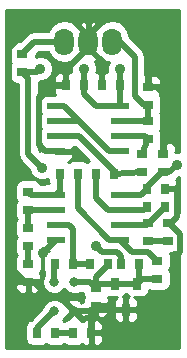
<source format=gbr>
G04 #@! TF.FileFunction,Copper,L1,Top,Signal*
%FSLAX46Y46*%
G04 Gerber Fmt 4.6, Leading zero omitted, Abs format (unit mm)*
G04 Created by KiCad (PCBNEW (2014-12-30 BZR 5343)-product) date 2015年01月08日 星期四 21时34分46秒*
%MOMM*%
G01*
G04 APERTURE LIST*
%ADD10C,0.100000*%
%ADD11R,0.762000X0.965200*%
%ADD12R,0.965200X0.762000*%
%ADD13O,1.651000X2.286000*%
%ADD14C,0.800000*%
%ADD15R,0.800100X1.000760*%
%ADD16R,1.550000X0.600000*%
%ADD17C,0.889000*%
%ADD18C,0.508000*%
%ADD19C,0.254000*%
G04 APERTURE END LIST*
D10*
D11*
X160909000Y-96012000D03*
X159385000Y-96012000D03*
X159385000Y-90170000D03*
X157861000Y-90170000D03*
D12*
X155575000Y-91694000D03*
X155575000Y-90170000D03*
X161290000Y-93726000D03*
X161290000Y-92202000D03*
D11*
X159766000Y-82550000D03*
X158242000Y-82550000D03*
D12*
X167386000Y-86741000D03*
X167386000Y-88265000D03*
D11*
X162814000Y-82550000D03*
X161290000Y-82550000D03*
D12*
X165735000Y-75184000D03*
X165735000Y-76708000D03*
D13*
X158623000Y-71374000D03*
X160655000Y-71374000D03*
X162687000Y-71374000D03*
D11*
X157861000Y-96012000D03*
X156337000Y-96012000D03*
X163449000Y-90170000D03*
X164973000Y-90170000D03*
X160782000Y-90170000D03*
X162306000Y-90170000D03*
D12*
X155575000Y-88646000D03*
X155575000Y-87122000D03*
X155575000Y-84074000D03*
X155575000Y-85598000D03*
X166497000Y-89916000D03*
X166497000Y-91440000D03*
X165735000Y-88265000D03*
X165735000Y-86741000D03*
D11*
X165608000Y-85344000D03*
X167132000Y-85344000D03*
D12*
X165227000Y-80899000D03*
X165227000Y-82423000D03*
X165735000Y-78105000D03*
X165735000Y-79629000D03*
D14*
X159473000Y-91734000D03*
X159473000Y-94194000D03*
X157773000Y-94194000D03*
X157773000Y-91734000D03*
D15*
X163830000Y-94063820D03*
X162877500Y-91864180D03*
X164782500Y-91864180D03*
D16*
X157955000Y-84328000D03*
X157955000Y-85598000D03*
X157955000Y-86868000D03*
X157955000Y-88138000D03*
X163355000Y-88138000D03*
X163355000Y-86868000D03*
X163355000Y-85598000D03*
X163355000Y-84328000D03*
X157955000Y-76835000D03*
X157955000Y-78105000D03*
X157955000Y-79375000D03*
X157955000Y-80645000D03*
X163355000Y-80645000D03*
X163355000Y-79375000D03*
X163355000Y-78105000D03*
X163355000Y-76835000D03*
D12*
X167005000Y-80899000D03*
X167005000Y-82423000D03*
D11*
X167132000Y-83820000D03*
X165608000Y-83820000D03*
X158750000Y-75057000D03*
X160274000Y-75057000D03*
X161798000Y-75057000D03*
X163322000Y-75057000D03*
D12*
X155067000Y-72390000D03*
X155067000Y-73914000D03*
D17*
X154178000Y-89281000D03*
X156845000Y-89281000D03*
X168021000Y-89535000D03*
X154432000Y-75946000D03*
X156591000Y-73660000D03*
X160274000Y-73660000D03*
X163322000Y-73660000D03*
X168148000Y-81788000D03*
X156718000Y-82042000D03*
X161290000Y-88646000D03*
D18*
X160655000Y-70866000D02*
X160655000Y-71374000D01*
X155575000Y-91694000D02*
X156083000Y-91694000D01*
X158243000Y-92964000D02*
X159473000Y-94194000D01*
X157353000Y-92964000D02*
X158243000Y-92964000D01*
X156083000Y-91694000D02*
X157353000Y-92964000D01*
X163830000Y-94063820D02*
X161627820Y-94063820D01*
X161627820Y-94063820D02*
X161290000Y-93726000D01*
X159473000Y-94194000D02*
X160822000Y-94194000D01*
X160822000Y-94194000D02*
X161290000Y-93726000D01*
X160909000Y-96012000D02*
X160909000Y-94107000D01*
X160909000Y-94107000D02*
X161290000Y-93726000D01*
X160655000Y-71882000D02*
X160655000Y-71374000D01*
X161798000Y-73025000D02*
X160655000Y-71882000D01*
X161798000Y-75057000D02*
X161798000Y-73025000D01*
X160655000Y-71882000D02*
X160655000Y-71374000D01*
X158750000Y-73787000D02*
X160655000Y-71882000D01*
X158750000Y-75057000D02*
X158750000Y-73787000D01*
X160655000Y-70866000D02*
X160655000Y-71374000D01*
X165735000Y-71755000D02*
X163449000Y-69469000D01*
X163449000Y-69469000D02*
X162052000Y-69469000D01*
X162052000Y-69469000D02*
X160655000Y-70866000D01*
X165735000Y-75184000D02*
X165735000Y-71755000D01*
X166497000Y-75184000D02*
X167005000Y-75692000D01*
X167005000Y-75692000D02*
X167005000Y-80899000D01*
X165735000Y-75184000D02*
X166497000Y-75184000D01*
X168148000Y-86233000D02*
X168148000Y-83820000D01*
X167640000Y-86741000D02*
X168148000Y-86233000D01*
X167386000Y-86741000D02*
X167640000Y-86741000D01*
X167894000Y-83820000D02*
X168148000Y-83820000D01*
X168148000Y-83820000D02*
X167894000Y-83820000D01*
X167132000Y-83820000D02*
X168148000Y-83820000D01*
X155321000Y-91694000D02*
X155575000Y-91694000D01*
X154178000Y-90551000D02*
X155321000Y-91694000D01*
X154178000Y-89281000D02*
X154178000Y-90551000D01*
X157955000Y-88171000D02*
X156845000Y-89281000D01*
X157955000Y-88138000D02*
X157955000Y-88171000D01*
X156972000Y-80645000D02*
X156464000Y-80137000D01*
X156464000Y-80137000D02*
X156464000Y-76073000D01*
X156464000Y-76073000D02*
X157480000Y-75057000D01*
X157480000Y-75057000D02*
X158750000Y-75057000D01*
X157955000Y-80645000D02*
X156972000Y-80645000D01*
X160655000Y-70866000D02*
X160655000Y-71374000D01*
X168402000Y-87630000D02*
X168402000Y-89154000D01*
X168402000Y-89154000D02*
X168021000Y-89535000D01*
X154432000Y-75946000D02*
X153924000Y-75438000D01*
X153924000Y-75438000D02*
X153924000Y-71882000D01*
X153924000Y-71882000D02*
X156337000Y-69469000D01*
X156337000Y-69469000D02*
X159258000Y-69469000D01*
X159258000Y-69469000D02*
X160655000Y-70866000D01*
X167513000Y-86741000D02*
X168402000Y-87630000D01*
X167386000Y-86741000D02*
X167513000Y-86741000D01*
X159385000Y-96012000D02*
X157861000Y-96012000D01*
X160782000Y-90170000D02*
X159385000Y-90170000D01*
X157955000Y-86868000D02*
X159004000Y-86868000D01*
X159385000Y-87249000D02*
X159385000Y-90170000D01*
X159004000Y-86868000D02*
X159385000Y-87249000D01*
X157773000Y-91734000D02*
X157773000Y-90258000D01*
X157773000Y-90258000D02*
X157861000Y-90170000D01*
X155575000Y-90170000D02*
X155575000Y-88646000D01*
X161290000Y-92202000D02*
X161290000Y-91313000D01*
X161290000Y-91313000D02*
X162306000Y-90297000D01*
X162306000Y-90297000D02*
X162306000Y-90170000D01*
X166497000Y-91440000D02*
X165206680Y-91440000D01*
X165206680Y-91440000D02*
X164782500Y-91864180D01*
X164973000Y-90170000D02*
X164973000Y-91673680D01*
X164973000Y-91673680D02*
X164782500Y-91864180D01*
X164782500Y-91864180D02*
X162877500Y-91864180D01*
X162877500Y-91864180D02*
X161627820Y-91864180D01*
X161627820Y-91864180D02*
X161290000Y-92202000D01*
X159473000Y-91734000D02*
X160822000Y-91734000D01*
X160822000Y-91734000D02*
X161290000Y-92202000D01*
X163355000Y-88138000D02*
X162433000Y-88138000D01*
X159766000Y-85471000D02*
X159766000Y-82550000D01*
X162433000Y-88138000D02*
X159766000Y-85471000D01*
X166497000Y-89916000D02*
X165735000Y-89154000D01*
X164371000Y-89154000D02*
X163355000Y-88138000D01*
X165735000Y-89154000D02*
X164371000Y-89154000D01*
X157955000Y-84328000D02*
X155829000Y-84328000D01*
X155829000Y-84328000D02*
X155575000Y-84074000D01*
X158242000Y-84041000D02*
X157955000Y-84328000D01*
X158242000Y-82550000D02*
X158242000Y-84041000D01*
X167386000Y-88265000D02*
X165735000Y-88265000D01*
X165227000Y-82423000D02*
X162814000Y-82550000D01*
X162814000Y-82550000D02*
X162814000Y-82296000D01*
X162814000Y-82296000D02*
X159893000Y-79375000D01*
X159893000Y-79375000D02*
X157955000Y-79375000D01*
X161290000Y-82550000D02*
X161290000Y-84582000D01*
X162306000Y-85598000D02*
X163355000Y-85598000D01*
X161290000Y-84582000D02*
X162306000Y-85598000D01*
X163355000Y-85598000D02*
X163957000Y-85598000D01*
X165354000Y-85598000D02*
X165608000Y-85344000D01*
X163355000Y-85598000D02*
X165354000Y-85598000D01*
X163355000Y-78105000D02*
X165735000Y-78105000D01*
X165735000Y-78105000D02*
X165735000Y-76708000D01*
X165354000Y-76708000D02*
X165735000Y-76708000D01*
X164592000Y-75057000D02*
X164592000Y-75946000D01*
X164592000Y-75946000D02*
X165354000Y-76708000D01*
X163322000Y-71374000D02*
X162687000Y-71374000D01*
X164592000Y-72644000D02*
X163322000Y-71374000D01*
X164592000Y-75057000D02*
X164592000Y-72644000D01*
X165100000Y-84328000D02*
X165608000Y-83820000D01*
X163355000Y-84328000D02*
X165100000Y-84328000D01*
X166878000Y-82423000D02*
X167005000Y-82423000D01*
X165608000Y-83693000D02*
X166878000Y-82423000D01*
X165608000Y-83820000D02*
X165608000Y-83693000D01*
X163355000Y-75090000D02*
X163322000Y-75057000D01*
X163355000Y-76835000D02*
X163355000Y-75090000D01*
X161290000Y-76835000D02*
X160274000Y-75819000D01*
X160274000Y-75819000D02*
X160274000Y-75057000D01*
X163355000Y-76835000D02*
X161290000Y-76835000D01*
X156591000Y-73660000D02*
X156337000Y-73914000D01*
X156337000Y-73914000D02*
X155067000Y-73914000D01*
X160274000Y-75057000D02*
X160274000Y-73660000D01*
X163322000Y-75057000D02*
X163322000Y-73660000D01*
X167513000Y-82423000D02*
X168148000Y-81788000D01*
X167005000Y-82423000D02*
X167513000Y-82423000D01*
X155575000Y-74422000D02*
X155067000Y-73914000D01*
X163449000Y-90170000D02*
X163449000Y-89535000D01*
X155575000Y-80899000D02*
X155575000Y-78740000D01*
X156718000Y-82042000D02*
X155575000Y-80899000D01*
X161798000Y-89154000D02*
X161290000Y-88646000D01*
X163068000Y-89154000D02*
X161798000Y-89154000D01*
X163449000Y-89535000D02*
X163068000Y-89154000D01*
X155575000Y-78740000D02*
X155575000Y-74422000D01*
X156337000Y-96012000D02*
X156337000Y-95630000D01*
X156337000Y-95630000D02*
X157773000Y-94194000D01*
X155575000Y-87122000D02*
X155575000Y-85598000D01*
X157955000Y-85598000D02*
X155575000Y-85598000D01*
X165608000Y-86868000D02*
X165735000Y-86741000D01*
X163355000Y-86868000D02*
X165608000Y-86868000D01*
X167132000Y-85410040D02*
X167132000Y-85344000D01*
X165801040Y-86741000D02*
X167132000Y-85410040D01*
X165735000Y-86741000D02*
X165801040Y-86741000D01*
X165227000Y-80899000D02*
X165735000Y-79629000D01*
X163355000Y-79375000D02*
X165481000Y-79375000D01*
X165481000Y-79375000D02*
X165735000Y-79629000D01*
X157955000Y-78105000D02*
X159893000Y-78105000D01*
X159893000Y-78105000D02*
X159766000Y-77978000D01*
X157955000Y-76835000D02*
X158623000Y-76835000D01*
X158623000Y-76835000D02*
X159766000Y-77978000D01*
X159766000Y-77978000D02*
X162433000Y-80645000D01*
X162433000Y-80645000D02*
X163355000Y-80645000D01*
X156083000Y-71374000D02*
X155067000Y-72390000D01*
X158623000Y-71374000D02*
X156083000Y-71374000D01*
D19*
G36*
X158102000Y-88265000D02*
X158082000Y-88265000D01*
X158082000Y-88285000D01*
X157828000Y-88285000D01*
X157828000Y-88265000D01*
X157808000Y-88265000D01*
X157808000Y-88011000D01*
X157828000Y-88011000D01*
X157828000Y-87991000D01*
X158082000Y-87991000D01*
X158082000Y-88011000D01*
X158102000Y-88011000D01*
X158102000Y-88265000D01*
X158102000Y-88265000D01*
G37*
X158102000Y-88265000D02*
X158082000Y-88265000D01*
X158082000Y-88285000D01*
X157828000Y-88285000D01*
X157828000Y-88265000D01*
X157808000Y-88265000D01*
X157808000Y-88011000D01*
X157828000Y-88011000D01*
X157828000Y-87991000D01*
X158082000Y-87991000D01*
X158082000Y-88011000D01*
X158102000Y-88011000D01*
X158102000Y-88265000D01*
G36*
X159633969Y-72773601D02*
X159359378Y-73047714D01*
X159194687Y-73444332D01*
X159194313Y-73873784D01*
X159221425Y-73939400D01*
X159035750Y-73939400D01*
X158877000Y-74098150D01*
X158877000Y-74930000D01*
X158897000Y-74930000D01*
X158897000Y-75184000D01*
X158877000Y-75184000D01*
X158877000Y-75204000D01*
X158623000Y-75204000D01*
X158623000Y-75184000D01*
X158623000Y-74930000D01*
X158623000Y-74098150D01*
X158464250Y-73939400D01*
X158242691Y-73939400D01*
X158009302Y-74036073D01*
X157830673Y-74214701D01*
X157734000Y-74448090D01*
X157734000Y-74700709D01*
X157734000Y-74771250D01*
X157892750Y-74930000D01*
X158623000Y-74930000D01*
X158623000Y-75184000D01*
X157892750Y-75184000D01*
X157734000Y-75342750D01*
X157734000Y-75413291D01*
X157734000Y-75665910D01*
X157825810Y-75887560D01*
X157180000Y-75887560D01*
X156937877Y-75934537D01*
X156725073Y-76074327D01*
X156582623Y-76285360D01*
X156532560Y-76535000D01*
X156532560Y-77135000D01*
X156579537Y-77377123D01*
X156640396Y-77469770D01*
X156582623Y-77555360D01*
X156532560Y-77805000D01*
X156532560Y-78405000D01*
X156579537Y-78647123D01*
X156640396Y-78739770D01*
X156582623Y-78825360D01*
X156532560Y-79075000D01*
X156532560Y-79675000D01*
X156579537Y-79917123D01*
X156634963Y-80001499D01*
X156545000Y-80218690D01*
X156545000Y-80359250D01*
X156703748Y-80517998D01*
X156545000Y-80517998D01*
X156545000Y-80611764D01*
X156464000Y-80530764D01*
X156464000Y-78740000D01*
X156464000Y-74777738D01*
X156655947Y-74739557D01*
X156655948Y-74739557D01*
X156804784Y-74739687D01*
X157201689Y-74575689D01*
X157505622Y-74272286D01*
X157670313Y-73875668D01*
X157670687Y-73446216D01*
X157506689Y-73049311D01*
X157203286Y-72745378D01*
X156806668Y-72580687D01*
X156377216Y-72580313D01*
X156197040Y-72654760D01*
X156197040Y-72517196D01*
X156451236Y-72263000D01*
X157269249Y-72263000D01*
X157273674Y-72285242D01*
X157590271Y-72759062D01*
X158064091Y-73075659D01*
X158623000Y-73186833D01*
X159181909Y-73075659D01*
X159633969Y-72773601D01*
X159633969Y-72773601D01*
G37*
X159633969Y-72773601D02*
X159359378Y-73047714D01*
X159194687Y-73444332D01*
X159194313Y-73873784D01*
X159221425Y-73939400D01*
X159035750Y-73939400D01*
X158877000Y-74098150D01*
X158877000Y-74930000D01*
X158897000Y-74930000D01*
X158897000Y-75184000D01*
X158877000Y-75184000D01*
X158877000Y-75204000D01*
X158623000Y-75204000D01*
X158623000Y-75184000D01*
X158623000Y-74930000D01*
X158623000Y-74098150D01*
X158464250Y-73939400D01*
X158242691Y-73939400D01*
X158009302Y-74036073D01*
X157830673Y-74214701D01*
X157734000Y-74448090D01*
X157734000Y-74700709D01*
X157734000Y-74771250D01*
X157892750Y-74930000D01*
X158623000Y-74930000D01*
X158623000Y-75184000D01*
X157892750Y-75184000D01*
X157734000Y-75342750D01*
X157734000Y-75413291D01*
X157734000Y-75665910D01*
X157825810Y-75887560D01*
X157180000Y-75887560D01*
X156937877Y-75934537D01*
X156725073Y-76074327D01*
X156582623Y-76285360D01*
X156532560Y-76535000D01*
X156532560Y-77135000D01*
X156579537Y-77377123D01*
X156640396Y-77469770D01*
X156582623Y-77555360D01*
X156532560Y-77805000D01*
X156532560Y-78405000D01*
X156579537Y-78647123D01*
X156640396Y-78739770D01*
X156582623Y-78825360D01*
X156532560Y-79075000D01*
X156532560Y-79675000D01*
X156579537Y-79917123D01*
X156634963Y-80001499D01*
X156545000Y-80218690D01*
X156545000Y-80359250D01*
X156703748Y-80517998D01*
X156545000Y-80517998D01*
X156545000Y-80611764D01*
X156464000Y-80530764D01*
X156464000Y-78740000D01*
X156464000Y-74777738D01*
X156655947Y-74739557D01*
X156655948Y-74739557D01*
X156804784Y-74739687D01*
X157201689Y-74575689D01*
X157505622Y-74272286D01*
X157670313Y-73875668D01*
X157670687Y-73446216D01*
X157506689Y-73049311D01*
X157203286Y-72745378D01*
X156806668Y-72580687D01*
X156377216Y-72580313D01*
X156197040Y-72654760D01*
X156197040Y-72517196D01*
X156451236Y-72263000D01*
X157269249Y-72263000D01*
X157273674Y-72285242D01*
X157590271Y-72759062D01*
X158064091Y-73075659D01*
X158623000Y-73186833D01*
X159181909Y-73075659D01*
X159633969Y-72773601D01*
G36*
X160717817Y-81457053D02*
X160666877Y-81466937D01*
X160527603Y-81558425D01*
X160396640Y-81470023D01*
X160147000Y-81419960D01*
X159385000Y-81419960D01*
X159142877Y-81466937D01*
X159003603Y-81558425D01*
X158967397Y-81533985D01*
X159089698Y-81483327D01*
X159268327Y-81304699D01*
X159365000Y-81071310D01*
X159365000Y-80930750D01*
X159206250Y-80772000D01*
X158082000Y-80772000D01*
X158082000Y-80792000D01*
X157828000Y-80792000D01*
X157828000Y-80772000D01*
X157808000Y-80772000D01*
X157808000Y-80518000D01*
X157828000Y-80518000D01*
X157828000Y-80498000D01*
X158082000Y-80498000D01*
X158082000Y-80518000D01*
X159206250Y-80518000D01*
X159365000Y-80359250D01*
X159365000Y-80264000D01*
X159524764Y-80264000D01*
X160717817Y-81457053D01*
X160717817Y-81457053D01*
G37*
X160717817Y-81457053D02*
X160666877Y-81466937D01*
X160527603Y-81558425D01*
X160396640Y-81470023D01*
X160147000Y-81419960D01*
X159385000Y-81419960D01*
X159142877Y-81466937D01*
X159003603Y-81558425D01*
X158967397Y-81533985D01*
X159089698Y-81483327D01*
X159268327Y-81304699D01*
X159365000Y-81071310D01*
X159365000Y-80930750D01*
X159206250Y-80772000D01*
X158082000Y-80772000D01*
X158082000Y-80792000D01*
X157828000Y-80792000D01*
X157828000Y-80772000D01*
X157808000Y-80772000D01*
X157808000Y-80518000D01*
X157828000Y-80518000D01*
X157828000Y-80498000D01*
X158082000Y-80498000D01*
X158082000Y-80518000D01*
X159206250Y-80518000D01*
X159365000Y-80359250D01*
X159365000Y-80264000D01*
X159524764Y-80264000D01*
X160717817Y-81457053D01*
G36*
X162375351Y-73124842D02*
X162242687Y-73444332D01*
X162242313Y-73873784D01*
X162269425Y-73939400D01*
X162083750Y-73939400D01*
X161925000Y-74098150D01*
X161925000Y-74930000D01*
X161945000Y-74930000D01*
X161945000Y-75184000D01*
X161925000Y-75184000D01*
X161925000Y-75204000D01*
X161671000Y-75204000D01*
X161671000Y-75184000D01*
X161651000Y-75184000D01*
X161651000Y-74930000D01*
X161671000Y-74930000D01*
X161671000Y-74098150D01*
X161512250Y-73939400D01*
X161326849Y-73939400D01*
X161353313Y-73875668D01*
X161353687Y-73446216D01*
X161189689Y-73049311D01*
X161182577Y-73042186D01*
X161597927Y-72814032D01*
X161648691Y-72750711D01*
X161654271Y-72759062D01*
X162128091Y-73075659D01*
X162375351Y-73124842D01*
X162375351Y-73124842D01*
G37*
X162375351Y-73124842D02*
X162242687Y-73444332D01*
X162242313Y-73873784D01*
X162269425Y-73939400D01*
X162083750Y-73939400D01*
X161925000Y-74098150D01*
X161925000Y-74930000D01*
X161945000Y-74930000D01*
X161945000Y-75184000D01*
X161925000Y-75184000D01*
X161925000Y-75204000D01*
X161671000Y-75204000D01*
X161671000Y-75184000D01*
X161651000Y-75184000D01*
X161651000Y-74930000D01*
X161671000Y-74930000D01*
X161671000Y-74098150D01*
X161512250Y-73939400D01*
X161326849Y-73939400D01*
X161353313Y-73875668D01*
X161353687Y-73446216D01*
X161189689Y-73049311D01*
X161182577Y-73042186D01*
X161597927Y-72814032D01*
X161648691Y-72750711D01*
X161654271Y-72759062D01*
X162128091Y-73075659D01*
X162375351Y-73124842D01*
G36*
X167533000Y-86868000D02*
X167513000Y-86868000D01*
X167513000Y-86888000D01*
X167259000Y-86888000D01*
X167259000Y-86868000D01*
X167239000Y-86868000D01*
X167239000Y-86614000D01*
X167259000Y-86614000D01*
X167259000Y-86594000D01*
X167513000Y-86594000D01*
X167513000Y-86614000D01*
X167533000Y-86614000D01*
X167533000Y-86868000D01*
X167533000Y-86868000D01*
G37*
X167533000Y-86868000D02*
X167513000Y-86868000D01*
X167513000Y-86888000D01*
X167259000Y-86888000D01*
X167259000Y-86868000D01*
X167239000Y-86868000D01*
X167239000Y-86614000D01*
X167259000Y-86614000D01*
X167259000Y-86594000D01*
X167513000Y-86594000D01*
X167513000Y-86614000D01*
X167533000Y-86614000D01*
X167533000Y-86868000D01*
G36*
X168315000Y-85908374D02*
X168228299Y-85821673D01*
X168160440Y-85793564D01*
X168160440Y-84861400D01*
X168113463Y-84619277D01*
X168086284Y-84577903D01*
X168148000Y-84428910D01*
X168148000Y-84176291D01*
X168148000Y-84105750D01*
X167989250Y-83947000D01*
X167259000Y-83947000D01*
X167259000Y-83967000D01*
X167005000Y-83967000D01*
X167005000Y-83947000D01*
X166985000Y-83947000D01*
X166985000Y-83693000D01*
X167005000Y-83693000D01*
X167005000Y-83673000D01*
X167259000Y-83673000D01*
X167259000Y-83693000D01*
X167989250Y-83693000D01*
X168148000Y-83534250D01*
X168148000Y-83463709D01*
X168148000Y-83211090D01*
X168094880Y-83082847D01*
X168141618Y-83051618D01*
X168315000Y-82878236D01*
X168315000Y-85908374D01*
X168315000Y-85908374D01*
G37*
X168315000Y-85908374D02*
X168228299Y-85821673D01*
X168160440Y-85793564D01*
X168160440Y-84861400D01*
X168113463Y-84619277D01*
X168086284Y-84577903D01*
X168148000Y-84428910D01*
X168148000Y-84176291D01*
X168148000Y-84105750D01*
X167989250Y-83947000D01*
X167259000Y-83947000D01*
X167259000Y-83967000D01*
X167005000Y-83967000D01*
X167005000Y-83947000D01*
X166985000Y-83947000D01*
X166985000Y-83693000D01*
X167005000Y-83693000D01*
X167005000Y-83673000D01*
X167259000Y-83673000D01*
X167259000Y-83693000D01*
X167989250Y-83693000D01*
X168148000Y-83534250D01*
X168148000Y-83463709D01*
X168148000Y-83211090D01*
X168094880Y-83082847D01*
X168141618Y-83051618D01*
X168315000Y-82878236D01*
X168315000Y-85908374D01*
G36*
X168315000Y-97315000D02*
X164865050Y-97315000D01*
X164865050Y-94690510D01*
X164865050Y-94437891D01*
X164865050Y-94349570D01*
X164706300Y-94190820D01*
X163957000Y-94190820D01*
X163957000Y-95040450D01*
X164115750Y-95199200D01*
X164356359Y-95199200D01*
X164589748Y-95102527D01*
X164768377Y-94923899D01*
X164865050Y-94690510D01*
X164865050Y-97315000D01*
X163703000Y-97315000D01*
X163703000Y-95040450D01*
X163703000Y-94190820D01*
X162953700Y-94190820D01*
X162794950Y-94349570D01*
X162794950Y-94437891D01*
X162794950Y-94690510D01*
X162891623Y-94923899D01*
X163070252Y-95102527D01*
X163303641Y-95199200D01*
X163544250Y-95199200D01*
X163703000Y-95040450D01*
X163703000Y-97315000D01*
X162407600Y-97315000D01*
X162407600Y-94233309D01*
X162407600Y-94011750D01*
X162248850Y-93853000D01*
X161417000Y-93853000D01*
X161417000Y-94583250D01*
X161575750Y-94742000D01*
X161646291Y-94742000D01*
X161898910Y-94742000D01*
X162132299Y-94645327D01*
X162310927Y-94466698D01*
X162407600Y-94233309D01*
X162407600Y-97315000D01*
X161925000Y-97315000D01*
X161925000Y-96620910D01*
X161925000Y-96368291D01*
X161925000Y-96297750D01*
X161925000Y-95726250D01*
X161925000Y-95655709D01*
X161925000Y-95403090D01*
X161828327Y-95169701D01*
X161649698Y-94991073D01*
X161416309Y-94894400D01*
X161194750Y-94894400D01*
X161163000Y-94926150D01*
X161036000Y-95053150D01*
X161036000Y-95885000D01*
X161766250Y-95885000D01*
X161925000Y-95726250D01*
X161925000Y-96297750D01*
X161766250Y-96139000D01*
X161036000Y-96139000D01*
X161036000Y-96970850D01*
X161194750Y-97129600D01*
X161416309Y-97129600D01*
X161649698Y-97032927D01*
X161828327Y-96854299D01*
X161925000Y-96620910D01*
X161925000Y-97315000D01*
X160782000Y-97315000D01*
X160782000Y-96970850D01*
X160782000Y-96139000D01*
X160762000Y-96139000D01*
X160762000Y-95885000D01*
X160782000Y-95885000D01*
X160782000Y-95053150D01*
X160623250Y-94894400D01*
X160401691Y-94894400D01*
X160168302Y-94991073D01*
X160142034Y-95017340D01*
X160015640Y-94932023D01*
X160008424Y-94930576D01*
X160010745Y-94911350D01*
X159473000Y-94373605D01*
X158955171Y-94891433D01*
X158761877Y-94928937D01*
X158622603Y-95020425D01*
X158495839Y-94934857D01*
X158649919Y-94781046D01*
X158674459Y-94721945D01*
X158755650Y-94731745D01*
X159293395Y-94194000D01*
X158755650Y-93656255D01*
X158674716Y-93666023D01*
X158650942Y-93608485D01*
X158360046Y-93317081D01*
X157979777Y-93159180D01*
X157568029Y-93158821D01*
X157187485Y-93316058D01*
X156896081Y-93606954D01*
X156749285Y-93960478D01*
X156692600Y-94017163D01*
X156692600Y-92201309D01*
X156692600Y-91979750D01*
X156533850Y-91821000D01*
X155702000Y-91821000D01*
X155702000Y-92551250D01*
X155860750Y-92710000D01*
X155931291Y-92710000D01*
X156183910Y-92710000D01*
X156417299Y-92613327D01*
X156595927Y-92434698D01*
X156692600Y-92201309D01*
X156692600Y-94017163D01*
X155796943Y-94912820D01*
X155713877Y-94928937D01*
X155501073Y-95068727D01*
X155448000Y-95147352D01*
X155448000Y-92551250D01*
X155448000Y-91821000D01*
X154616150Y-91821000D01*
X154457400Y-91979750D01*
X154457400Y-92201309D01*
X154554073Y-92434698D01*
X154732701Y-92613327D01*
X154966090Y-92710000D01*
X155218709Y-92710000D01*
X155289250Y-92710000D01*
X155448000Y-92551250D01*
X155448000Y-95147352D01*
X155358623Y-95279760D01*
X155308560Y-95529400D01*
X155308560Y-96494600D01*
X155355537Y-96736723D01*
X155495327Y-96949527D01*
X155706360Y-97091977D01*
X155956000Y-97142040D01*
X156718000Y-97142040D01*
X156960123Y-97095063D01*
X157099396Y-97003574D01*
X157230360Y-97091977D01*
X157480000Y-97142040D01*
X158242000Y-97142040D01*
X158484123Y-97095063D01*
X158623396Y-97003574D01*
X158754360Y-97091977D01*
X159004000Y-97142040D01*
X159766000Y-97142040D01*
X160008123Y-97095063D01*
X160142298Y-97006923D01*
X160168302Y-97032927D01*
X160401691Y-97129600D01*
X160623250Y-97129600D01*
X160782000Y-96970850D01*
X160782000Y-97315000D01*
X153685000Y-97315000D01*
X153685000Y-68685000D01*
X168315000Y-68685000D01*
X168315000Y-80708644D01*
X168027455Y-80708394D01*
X168122600Y-80613250D01*
X168122600Y-80391691D01*
X168025927Y-80158302D01*
X167847299Y-79979673D01*
X167613910Y-79883000D01*
X167361291Y-79883000D01*
X167290750Y-79883000D01*
X167132000Y-80041750D01*
X167132000Y-80772000D01*
X167152000Y-80772000D01*
X167152000Y-81026000D01*
X167132000Y-81026000D01*
X167132000Y-81046000D01*
X166878000Y-81046000D01*
X166878000Y-81026000D01*
X166858000Y-81026000D01*
X166858000Y-80772000D01*
X166878000Y-80772000D01*
X166878000Y-80041750D01*
X166861901Y-80025651D01*
X166865040Y-80010000D01*
X166865040Y-79248000D01*
X166818063Y-79005877D01*
X166726574Y-78866603D01*
X166814977Y-78735640D01*
X166865040Y-78486000D01*
X166865040Y-77724000D01*
X166818063Y-77481877D01*
X166768855Y-77406967D01*
X166814977Y-77338640D01*
X166865040Y-77089000D01*
X166865040Y-76327000D01*
X166818063Y-76084877D01*
X166729923Y-75950701D01*
X166755927Y-75924698D01*
X166852600Y-75691309D01*
X166852600Y-75469750D01*
X166852600Y-74898250D01*
X166852600Y-74676691D01*
X166755927Y-74443302D01*
X166577299Y-74264673D01*
X166343910Y-74168000D01*
X166091291Y-74168000D01*
X166020750Y-74168000D01*
X165862000Y-74326750D01*
X165862000Y-75057000D01*
X166693850Y-75057000D01*
X166852600Y-74898250D01*
X166852600Y-75469750D01*
X166693850Y-75311000D01*
X165862000Y-75311000D01*
X165862000Y-75331000D01*
X165608000Y-75331000D01*
X165608000Y-75311000D01*
X165588000Y-75311000D01*
X165588000Y-75057000D01*
X165608000Y-75057000D01*
X165608000Y-74326750D01*
X165481000Y-74199750D01*
X165481000Y-72644000D01*
X165413329Y-72303795D01*
X165413329Y-72303794D01*
X165220618Y-72015382D01*
X164127783Y-70922547D01*
X164036326Y-70462758D01*
X163719729Y-69988938D01*
X163245909Y-69672341D01*
X162687000Y-69561167D01*
X162128091Y-69672341D01*
X161654271Y-69988938D01*
X161648691Y-69997288D01*
X161597927Y-69933968D01*
X161096577Y-69658573D01*
X161008044Y-69639312D01*
X160782000Y-69760960D01*
X160782000Y-71247000D01*
X160802000Y-71247000D01*
X160802000Y-71501000D01*
X160782000Y-71501000D01*
X160782000Y-71521000D01*
X160528000Y-71521000D01*
X160528000Y-71501000D01*
X160508000Y-71501000D01*
X160508000Y-71247000D01*
X160528000Y-71247000D01*
X160528000Y-69760960D01*
X160301956Y-69639312D01*
X160213423Y-69658573D01*
X159712073Y-69933968D01*
X159661308Y-69997288D01*
X159655729Y-69988938D01*
X159181909Y-69672341D01*
X158623000Y-69561167D01*
X158064091Y-69672341D01*
X157590271Y-69988938D01*
X157273674Y-70462758D01*
X157269249Y-70485000D01*
X156083000Y-70485000D01*
X155742794Y-70552671D01*
X155454382Y-70745382D01*
X154838204Y-71361560D01*
X154584400Y-71361560D01*
X154342277Y-71408537D01*
X154129473Y-71548327D01*
X153987023Y-71759360D01*
X153936960Y-72009000D01*
X153936960Y-72771000D01*
X153983937Y-73013123D01*
X154075425Y-73152396D01*
X153987023Y-73283360D01*
X153936960Y-73533000D01*
X153936960Y-74295000D01*
X153983937Y-74537123D01*
X154123727Y-74749927D01*
X154334760Y-74892377D01*
X154584400Y-74942440D01*
X154686000Y-74942440D01*
X154686000Y-78740000D01*
X154686000Y-80899000D01*
X154753671Y-81239206D01*
X154946382Y-81527618D01*
X155638344Y-82219580D01*
X155638313Y-82255784D01*
X155802311Y-82652689D01*
X156105714Y-82956622D01*
X156502332Y-83121313D01*
X156931784Y-83121687D01*
X157213560Y-83005259D01*
X157213560Y-83032600D01*
X157260537Y-83274723D01*
X157330060Y-83380560D01*
X157180000Y-83380560D01*
X156937877Y-83427537D01*
X156920426Y-83439000D01*
X156650261Y-83439000D01*
X156518273Y-83238073D01*
X156307240Y-83095623D01*
X156057600Y-83045560D01*
X155092400Y-83045560D01*
X154850277Y-83092537D01*
X154637473Y-83232327D01*
X154495023Y-83443360D01*
X154444960Y-83693000D01*
X154444960Y-84455000D01*
X154491937Y-84697123D01*
X154583425Y-84836396D01*
X154495023Y-84967360D01*
X154444960Y-85217000D01*
X154444960Y-85979000D01*
X154491937Y-86221123D01*
X154583425Y-86360396D01*
X154495023Y-86491360D01*
X154444960Y-86741000D01*
X154444960Y-87503000D01*
X154491937Y-87745123D01*
X154583425Y-87884396D01*
X154495023Y-88015360D01*
X154444960Y-88265000D01*
X154444960Y-89027000D01*
X154491937Y-89269123D01*
X154583425Y-89408396D01*
X154495023Y-89539360D01*
X154444960Y-89789000D01*
X154444960Y-90551000D01*
X154491937Y-90793123D01*
X154580076Y-90927298D01*
X154554073Y-90953302D01*
X154457400Y-91186691D01*
X154457400Y-91408250D01*
X154616150Y-91567000D01*
X155448000Y-91567000D01*
X155448000Y-91547000D01*
X155702000Y-91547000D01*
X155702000Y-91567000D01*
X156533850Y-91567000D01*
X156692600Y-91408250D01*
X156692600Y-91186691D01*
X156595927Y-90953302D01*
X156569659Y-90927034D01*
X156654977Y-90800640D01*
X156705040Y-90551000D01*
X156705040Y-89789000D01*
X156658063Y-89546877D01*
X156566574Y-89407603D01*
X156654977Y-89276640D01*
X156705040Y-89027000D01*
X156705040Y-88861065D01*
X156820302Y-88976327D01*
X157053691Y-89073000D01*
X157309709Y-89073000D01*
X157237877Y-89086937D01*
X157025073Y-89226727D01*
X156882623Y-89437760D01*
X156832560Y-89687400D01*
X156832560Y-90652600D01*
X156879537Y-90894723D01*
X156884000Y-90901517D01*
X156884000Y-91176048D01*
X156738180Y-91527223D01*
X156737821Y-91938971D01*
X156895058Y-92319515D01*
X157185954Y-92610919D01*
X157566223Y-92768820D01*
X157977971Y-92769179D01*
X158358515Y-92611942D01*
X158623206Y-92347712D01*
X158885954Y-92610919D01*
X159266223Y-92768820D01*
X159677971Y-92769179D01*
X160031752Y-92623000D01*
X160167720Y-92623000D01*
X160206937Y-92825123D01*
X160295076Y-92959298D01*
X160269073Y-92985302D01*
X160172400Y-93218691D01*
X160172400Y-93404532D01*
X160127630Y-93359762D01*
X160010744Y-93476647D01*
X159986023Y-93271820D01*
X159594069Y-93145691D01*
X159183682Y-93179158D01*
X158959977Y-93271820D01*
X158935255Y-93476650D01*
X159473000Y-94014395D01*
X159487142Y-94000252D01*
X159666747Y-94179857D01*
X159652605Y-94194000D01*
X160190350Y-94731745D01*
X160395180Y-94707023D01*
X160422986Y-94620612D01*
X160447701Y-94645327D01*
X160681090Y-94742000D01*
X160933709Y-94742000D01*
X161004250Y-94742000D01*
X161163000Y-94583250D01*
X161163000Y-93853000D01*
X161143000Y-93853000D01*
X161143000Y-93599000D01*
X161163000Y-93599000D01*
X161163000Y-93579000D01*
X161417000Y-93579000D01*
X161417000Y-93599000D01*
X162248850Y-93599000D01*
X162407600Y-93440250D01*
X162407600Y-93218691D01*
X162310927Y-92985302D01*
X162302550Y-92976925D01*
X162477450Y-93012000D01*
X163101909Y-93012000D01*
X163070252Y-93025113D01*
X162891623Y-93203741D01*
X162794950Y-93437130D01*
X162794950Y-93689749D01*
X162794950Y-93778070D01*
X162953700Y-93936820D01*
X163703000Y-93936820D01*
X163703000Y-93087190D01*
X163556585Y-92940775D01*
X163732477Y-92825233D01*
X163781113Y-92753180D01*
X163878220Y-92753180D01*
X163921777Y-92819487D01*
X164102626Y-92941563D01*
X163957000Y-93087190D01*
X163957000Y-93936820D01*
X164706300Y-93936820D01*
X164865050Y-93778070D01*
X164865050Y-93689749D01*
X164865050Y-93437130D01*
X164768377Y-93203741D01*
X164589748Y-93025113D01*
X164558090Y-93012000D01*
X165182550Y-93012000D01*
X165424673Y-92965023D01*
X165637477Y-92825233D01*
X165779927Y-92614200D01*
X165817092Y-92428871D01*
X166014400Y-92468440D01*
X166979600Y-92468440D01*
X167221723Y-92421463D01*
X167434527Y-92281673D01*
X167576977Y-92070640D01*
X167627040Y-91821000D01*
X167627040Y-91059000D01*
X167580063Y-90816877D01*
X167488574Y-90677603D01*
X167576977Y-90546640D01*
X167627040Y-90297000D01*
X167627040Y-89535000D01*
X167580172Y-89293440D01*
X167868600Y-89293440D01*
X168110723Y-89246463D01*
X168315000Y-89112274D01*
X168315000Y-97315000D01*
X168315000Y-97315000D01*
G37*
X168315000Y-97315000D02*
X164865050Y-97315000D01*
X164865050Y-94690510D01*
X164865050Y-94437891D01*
X164865050Y-94349570D01*
X164706300Y-94190820D01*
X163957000Y-94190820D01*
X163957000Y-95040450D01*
X164115750Y-95199200D01*
X164356359Y-95199200D01*
X164589748Y-95102527D01*
X164768377Y-94923899D01*
X164865050Y-94690510D01*
X164865050Y-97315000D01*
X163703000Y-97315000D01*
X163703000Y-95040450D01*
X163703000Y-94190820D01*
X162953700Y-94190820D01*
X162794950Y-94349570D01*
X162794950Y-94437891D01*
X162794950Y-94690510D01*
X162891623Y-94923899D01*
X163070252Y-95102527D01*
X163303641Y-95199200D01*
X163544250Y-95199200D01*
X163703000Y-95040450D01*
X163703000Y-97315000D01*
X162407600Y-97315000D01*
X162407600Y-94233309D01*
X162407600Y-94011750D01*
X162248850Y-93853000D01*
X161417000Y-93853000D01*
X161417000Y-94583250D01*
X161575750Y-94742000D01*
X161646291Y-94742000D01*
X161898910Y-94742000D01*
X162132299Y-94645327D01*
X162310927Y-94466698D01*
X162407600Y-94233309D01*
X162407600Y-97315000D01*
X161925000Y-97315000D01*
X161925000Y-96620910D01*
X161925000Y-96368291D01*
X161925000Y-96297750D01*
X161925000Y-95726250D01*
X161925000Y-95655709D01*
X161925000Y-95403090D01*
X161828327Y-95169701D01*
X161649698Y-94991073D01*
X161416309Y-94894400D01*
X161194750Y-94894400D01*
X161163000Y-94926150D01*
X161036000Y-95053150D01*
X161036000Y-95885000D01*
X161766250Y-95885000D01*
X161925000Y-95726250D01*
X161925000Y-96297750D01*
X161766250Y-96139000D01*
X161036000Y-96139000D01*
X161036000Y-96970850D01*
X161194750Y-97129600D01*
X161416309Y-97129600D01*
X161649698Y-97032927D01*
X161828327Y-96854299D01*
X161925000Y-96620910D01*
X161925000Y-97315000D01*
X160782000Y-97315000D01*
X160782000Y-96970850D01*
X160782000Y-96139000D01*
X160762000Y-96139000D01*
X160762000Y-95885000D01*
X160782000Y-95885000D01*
X160782000Y-95053150D01*
X160623250Y-94894400D01*
X160401691Y-94894400D01*
X160168302Y-94991073D01*
X160142034Y-95017340D01*
X160015640Y-94932023D01*
X160008424Y-94930576D01*
X160010745Y-94911350D01*
X159473000Y-94373605D01*
X158955171Y-94891433D01*
X158761877Y-94928937D01*
X158622603Y-95020425D01*
X158495839Y-94934857D01*
X158649919Y-94781046D01*
X158674459Y-94721945D01*
X158755650Y-94731745D01*
X159293395Y-94194000D01*
X158755650Y-93656255D01*
X158674716Y-93666023D01*
X158650942Y-93608485D01*
X158360046Y-93317081D01*
X157979777Y-93159180D01*
X157568029Y-93158821D01*
X157187485Y-93316058D01*
X156896081Y-93606954D01*
X156749285Y-93960478D01*
X156692600Y-94017163D01*
X156692600Y-92201309D01*
X156692600Y-91979750D01*
X156533850Y-91821000D01*
X155702000Y-91821000D01*
X155702000Y-92551250D01*
X155860750Y-92710000D01*
X155931291Y-92710000D01*
X156183910Y-92710000D01*
X156417299Y-92613327D01*
X156595927Y-92434698D01*
X156692600Y-92201309D01*
X156692600Y-94017163D01*
X155796943Y-94912820D01*
X155713877Y-94928937D01*
X155501073Y-95068727D01*
X155448000Y-95147352D01*
X155448000Y-92551250D01*
X155448000Y-91821000D01*
X154616150Y-91821000D01*
X154457400Y-91979750D01*
X154457400Y-92201309D01*
X154554073Y-92434698D01*
X154732701Y-92613327D01*
X154966090Y-92710000D01*
X155218709Y-92710000D01*
X155289250Y-92710000D01*
X155448000Y-92551250D01*
X155448000Y-95147352D01*
X155358623Y-95279760D01*
X155308560Y-95529400D01*
X155308560Y-96494600D01*
X155355537Y-96736723D01*
X155495327Y-96949527D01*
X155706360Y-97091977D01*
X155956000Y-97142040D01*
X156718000Y-97142040D01*
X156960123Y-97095063D01*
X157099396Y-97003574D01*
X157230360Y-97091977D01*
X157480000Y-97142040D01*
X158242000Y-97142040D01*
X158484123Y-97095063D01*
X158623396Y-97003574D01*
X158754360Y-97091977D01*
X159004000Y-97142040D01*
X159766000Y-97142040D01*
X160008123Y-97095063D01*
X160142298Y-97006923D01*
X160168302Y-97032927D01*
X160401691Y-97129600D01*
X160623250Y-97129600D01*
X160782000Y-96970850D01*
X160782000Y-97315000D01*
X153685000Y-97315000D01*
X153685000Y-68685000D01*
X168315000Y-68685000D01*
X168315000Y-80708644D01*
X168027455Y-80708394D01*
X168122600Y-80613250D01*
X168122600Y-80391691D01*
X168025927Y-80158302D01*
X167847299Y-79979673D01*
X167613910Y-79883000D01*
X167361291Y-79883000D01*
X167290750Y-79883000D01*
X167132000Y-80041750D01*
X167132000Y-80772000D01*
X167152000Y-80772000D01*
X167152000Y-81026000D01*
X167132000Y-81026000D01*
X167132000Y-81046000D01*
X166878000Y-81046000D01*
X166878000Y-81026000D01*
X166858000Y-81026000D01*
X166858000Y-80772000D01*
X166878000Y-80772000D01*
X166878000Y-80041750D01*
X166861901Y-80025651D01*
X166865040Y-80010000D01*
X166865040Y-79248000D01*
X166818063Y-79005877D01*
X166726574Y-78866603D01*
X166814977Y-78735640D01*
X166865040Y-78486000D01*
X166865040Y-77724000D01*
X166818063Y-77481877D01*
X166768855Y-77406967D01*
X166814977Y-77338640D01*
X166865040Y-77089000D01*
X166865040Y-76327000D01*
X166818063Y-76084877D01*
X166729923Y-75950701D01*
X166755927Y-75924698D01*
X166852600Y-75691309D01*
X166852600Y-75469750D01*
X166852600Y-74898250D01*
X166852600Y-74676691D01*
X166755927Y-74443302D01*
X166577299Y-74264673D01*
X166343910Y-74168000D01*
X166091291Y-74168000D01*
X166020750Y-74168000D01*
X165862000Y-74326750D01*
X165862000Y-75057000D01*
X166693850Y-75057000D01*
X166852600Y-74898250D01*
X166852600Y-75469750D01*
X166693850Y-75311000D01*
X165862000Y-75311000D01*
X165862000Y-75331000D01*
X165608000Y-75331000D01*
X165608000Y-75311000D01*
X165588000Y-75311000D01*
X165588000Y-75057000D01*
X165608000Y-75057000D01*
X165608000Y-74326750D01*
X165481000Y-74199750D01*
X165481000Y-72644000D01*
X165413329Y-72303795D01*
X165413329Y-72303794D01*
X165220618Y-72015382D01*
X164127783Y-70922547D01*
X164036326Y-70462758D01*
X163719729Y-69988938D01*
X163245909Y-69672341D01*
X162687000Y-69561167D01*
X162128091Y-69672341D01*
X161654271Y-69988938D01*
X161648691Y-69997288D01*
X161597927Y-69933968D01*
X161096577Y-69658573D01*
X161008044Y-69639312D01*
X160782000Y-69760960D01*
X160782000Y-71247000D01*
X160802000Y-71247000D01*
X160802000Y-71501000D01*
X160782000Y-71501000D01*
X160782000Y-71521000D01*
X160528000Y-71521000D01*
X160528000Y-71501000D01*
X160508000Y-71501000D01*
X160508000Y-71247000D01*
X160528000Y-71247000D01*
X160528000Y-69760960D01*
X160301956Y-69639312D01*
X160213423Y-69658573D01*
X159712073Y-69933968D01*
X159661308Y-69997288D01*
X159655729Y-69988938D01*
X159181909Y-69672341D01*
X158623000Y-69561167D01*
X158064091Y-69672341D01*
X157590271Y-69988938D01*
X157273674Y-70462758D01*
X157269249Y-70485000D01*
X156083000Y-70485000D01*
X155742794Y-70552671D01*
X155454382Y-70745382D01*
X154838204Y-71361560D01*
X154584400Y-71361560D01*
X154342277Y-71408537D01*
X154129473Y-71548327D01*
X153987023Y-71759360D01*
X153936960Y-72009000D01*
X153936960Y-72771000D01*
X153983937Y-73013123D01*
X154075425Y-73152396D01*
X153987023Y-73283360D01*
X153936960Y-73533000D01*
X153936960Y-74295000D01*
X153983937Y-74537123D01*
X154123727Y-74749927D01*
X154334760Y-74892377D01*
X154584400Y-74942440D01*
X154686000Y-74942440D01*
X154686000Y-78740000D01*
X154686000Y-80899000D01*
X154753671Y-81239206D01*
X154946382Y-81527618D01*
X155638344Y-82219580D01*
X155638313Y-82255784D01*
X155802311Y-82652689D01*
X156105714Y-82956622D01*
X156502332Y-83121313D01*
X156931784Y-83121687D01*
X157213560Y-83005259D01*
X157213560Y-83032600D01*
X157260537Y-83274723D01*
X157330060Y-83380560D01*
X157180000Y-83380560D01*
X156937877Y-83427537D01*
X156920426Y-83439000D01*
X156650261Y-83439000D01*
X156518273Y-83238073D01*
X156307240Y-83095623D01*
X156057600Y-83045560D01*
X155092400Y-83045560D01*
X154850277Y-83092537D01*
X154637473Y-83232327D01*
X154495023Y-83443360D01*
X154444960Y-83693000D01*
X154444960Y-84455000D01*
X154491937Y-84697123D01*
X154583425Y-84836396D01*
X154495023Y-84967360D01*
X154444960Y-85217000D01*
X154444960Y-85979000D01*
X154491937Y-86221123D01*
X154583425Y-86360396D01*
X154495023Y-86491360D01*
X154444960Y-86741000D01*
X154444960Y-87503000D01*
X154491937Y-87745123D01*
X154583425Y-87884396D01*
X154495023Y-88015360D01*
X154444960Y-88265000D01*
X154444960Y-89027000D01*
X154491937Y-89269123D01*
X154583425Y-89408396D01*
X154495023Y-89539360D01*
X154444960Y-89789000D01*
X154444960Y-90551000D01*
X154491937Y-90793123D01*
X154580076Y-90927298D01*
X154554073Y-90953302D01*
X154457400Y-91186691D01*
X154457400Y-91408250D01*
X154616150Y-91567000D01*
X155448000Y-91567000D01*
X155448000Y-91547000D01*
X155702000Y-91547000D01*
X155702000Y-91567000D01*
X156533850Y-91567000D01*
X156692600Y-91408250D01*
X156692600Y-91186691D01*
X156595927Y-90953302D01*
X156569659Y-90927034D01*
X156654977Y-90800640D01*
X156705040Y-90551000D01*
X156705040Y-89789000D01*
X156658063Y-89546877D01*
X156566574Y-89407603D01*
X156654977Y-89276640D01*
X156705040Y-89027000D01*
X156705040Y-88861065D01*
X156820302Y-88976327D01*
X157053691Y-89073000D01*
X157309709Y-89073000D01*
X157237877Y-89086937D01*
X157025073Y-89226727D01*
X156882623Y-89437760D01*
X156832560Y-89687400D01*
X156832560Y-90652600D01*
X156879537Y-90894723D01*
X156884000Y-90901517D01*
X156884000Y-91176048D01*
X156738180Y-91527223D01*
X156737821Y-91938971D01*
X156895058Y-92319515D01*
X157185954Y-92610919D01*
X157566223Y-92768820D01*
X157977971Y-92769179D01*
X158358515Y-92611942D01*
X158623206Y-92347712D01*
X158885954Y-92610919D01*
X159266223Y-92768820D01*
X159677971Y-92769179D01*
X160031752Y-92623000D01*
X160167720Y-92623000D01*
X160206937Y-92825123D01*
X160295076Y-92959298D01*
X160269073Y-92985302D01*
X160172400Y-93218691D01*
X160172400Y-93404532D01*
X160127630Y-93359762D01*
X160010744Y-93476647D01*
X159986023Y-93271820D01*
X159594069Y-93145691D01*
X159183682Y-93179158D01*
X158959977Y-93271820D01*
X158935255Y-93476650D01*
X159473000Y-94014395D01*
X159487142Y-94000252D01*
X159666747Y-94179857D01*
X159652605Y-94194000D01*
X160190350Y-94731745D01*
X160395180Y-94707023D01*
X160422986Y-94620612D01*
X160447701Y-94645327D01*
X160681090Y-94742000D01*
X160933709Y-94742000D01*
X161004250Y-94742000D01*
X161163000Y-94583250D01*
X161163000Y-93853000D01*
X161143000Y-93853000D01*
X161143000Y-93599000D01*
X161163000Y-93599000D01*
X161163000Y-93579000D01*
X161417000Y-93579000D01*
X161417000Y-93599000D01*
X162248850Y-93599000D01*
X162407600Y-93440250D01*
X162407600Y-93218691D01*
X162310927Y-92985302D01*
X162302550Y-92976925D01*
X162477450Y-93012000D01*
X163101909Y-93012000D01*
X163070252Y-93025113D01*
X162891623Y-93203741D01*
X162794950Y-93437130D01*
X162794950Y-93689749D01*
X162794950Y-93778070D01*
X162953700Y-93936820D01*
X163703000Y-93936820D01*
X163703000Y-93087190D01*
X163556585Y-92940775D01*
X163732477Y-92825233D01*
X163781113Y-92753180D01*
X163878220Y-92753180D01*
X163921777Y-92819487D01*
X164102626Y-92941563D01*
X163957000Y-93087190D01*
X163957000Y-93936820D01*
X164706300Y-93936820D01*
X164865050Y-93778070D01*
X164865050Y-93689749D01*
X164865050Y-93437130D01*
X164768377Y-93203741D01*
X164589748Y-93025113D01*
X164558090Y-93012000D01*
X165182550Y-93012000D01*
X165424673Y-92965023D01*
X165637477Y-92825233D01*
X165779927Y-92614200D01*
X165817092Y-92428871D01*
X166014400Y-92468440D01*
X166979600Y-92468440D01*
X167221723Y-92421463D01*
X167434527Y-92281673D01*
X167576977Y-92070640D01*
X167627040Y-91821000D01*
X167627040Y-91059000D01*
X167580063Y-90816877D01*
X167488574Y-90677603D01*
X167576977Y-90546640D01*
X167627040Y-90297000D01*
X167627040Y-89535000D01*
X167580172Y-89293440D01*
X167868600Y-89293440D01*
X168110723Y-89246463D01*
X168315000Y-89112274D01*
X168315000Y-97315000D01*
M02*

</source>
